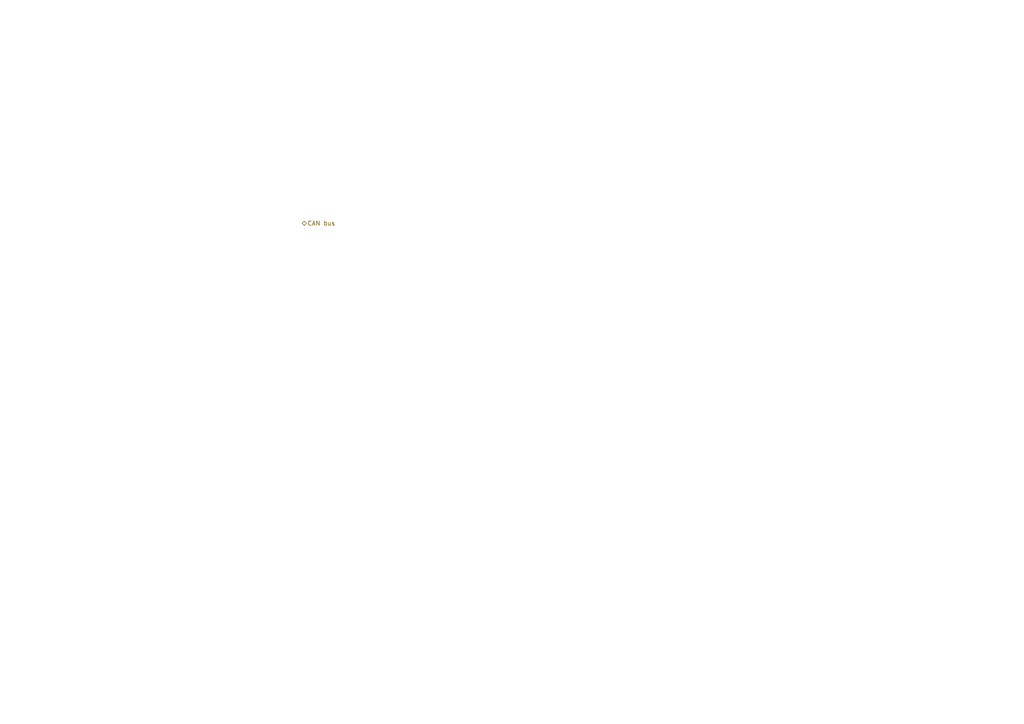
<source format=kicad_sch>
(kicad_sch
	(version 20250114)
	(generator "eeschema")
	(generator_version "9.0")
	(uuid "234390b4-3fc0-4534-92b9-e6d368dd3721")
	(paper "A4")
	(lib_symbols)
	(hierarchical_label "CAN bus"
		(shape bidirectional)
		(at 87.63 64.77 0)
		(effects
			(font
				(size 1.27 1.27)
			)
			(justify left)
		)
		(uuid "585a7236-6a3f-46b1-818e-9efcefb0265d")
	)
)

</source>
